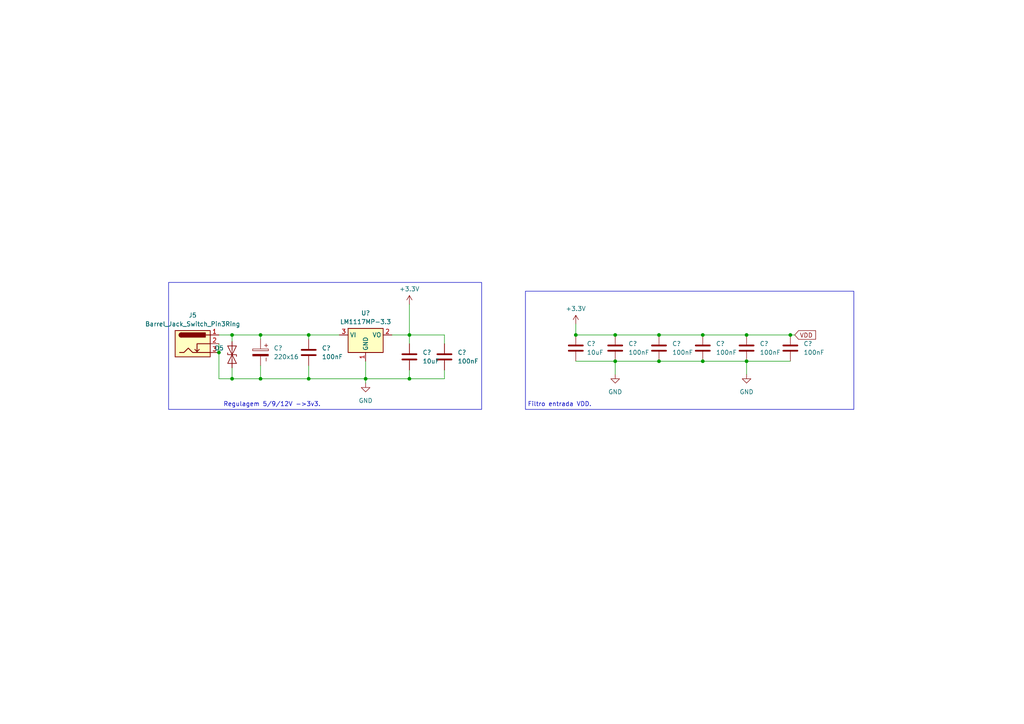
<source format=kicad_sch>
(kicad_sch (version 20230121) (generator eeschema)

  (uuid 34e74079-3b2a-4f6d-a984-1f8b3e7ccd86)

  (paper "A4")

  (lib_symbols
    (symbol "Connector:Barrel_Jack_Switch_Pin3Ring" (pin_names hide) (in_bom yes) (on_board yes)
      (property "Reference" "J" (at 0 5.334 0)
        (effects (font (size 1.27 1.27)))
      )
      (property "Value" "Barrel_Jack_Switch_Pin3Ring" (at 0 -5.08 0)
        (effects (font (size 1.27 1.27)))
      )
      (property "Footprint" "" (at 1.27 -1.016 0)
        (effects (font (size 1.27 1.27)) hide)
      )
      (property "Datasheet" "~" (at 1.27 -1.016 0)
        (effects (font (size 1.27 1.27)) hide)
      )
      (property "ki_keywords" "DC power barrel jack connector" (at 0 0 0)
        (effects (font (size 1.27 1.27)) hide)
      )
      (property "ki_description" "DC Barrel Jack with an internal switch" (at 0 0 0)
        (effects (font (size 1.27 1.27)) hide)
      )
      (property "ki_fp_filters" "BarrelJack*" (at 0 0 0)
        (effects (font (size 1.27 1.27)) hide)
      )
      (symbol "Barrel_Jack_Switch_Pin3Ring_0_1"
        (rectangle (start -5.08 3.81) (end 5.08 -3.81)
          (stroke (width 0.254) (type default))
          (fill (type background))
        )
        (arc (start -3.302 3.175) (mid -3.9343 2.54) (end -3.302 1.905)
          (stroke (width 0.254) (type default))
          (fill (type none))
        )
        (arc (start -3.302 3.175) (mid -3.9343 2.54) (end -3.302 1.905)
          (stroke (width 0.254) (type default))
          (fill (type outline))
        )
        (polyline
          (pts
            (xy 1.27 -2.286)
            (xy 1.905 -1.651)
          )
          (stroke (width 0.254) (type default))
          (fill (type none))
        )
        (polyline
          (pts
            (xy 5.08 2.54)
            (xy 3.81 2.54)
          )
          (stroke (width 0.254) (type default))
          (fill (type none))
        )
        (polyline
          (pts
            (xy 5.08 0)
            (xy 1.27 0)
            (xy 1.27 -2.286)
            (xy 0.635 -1.651)
          )
          (stroke (width 0.254) (type default))
          (fill (type none))
        )
        (polyline
          (pts
            (xy -3.81 -2.54)
            (xy -2.54 -2.54)
            (xy -1.27 -1.27)
            (xy 0 -2.54)
            (xy 2.54 -2.54)
            (xy 5.08 -2.54)
          )
          (stroke (width 0.254) (type default))
          (fill (type none))
        )
        (rectangle (start 3.683 3.175) (end -3.302 1.905)
          (stroke (width 0.254) (type default))
          (fill (type outline))
        )
      )
      (symbol "Barrel_Jack_Switch_Pin3Ring_1_1"
        (pin passive line (at 7.62 2.54 180) (length 2.54)
          (name "~" (effects (font (size 1.27 1.27))))
          (number "1" (effects (font (size 1.27 1.27))))
        )
        (pin passive line (at 7.62 0 180) (length 2.54)
          (name "~" (effects (font (size 1.27 1.27))))
          (number "2" (effects (font (size 1.27 1.27))))
        )
        (pin passive line (at 7.62 -2.54 180) (length 2.54)
          (name "~" (effects (font (size 1.27 1.27))))
          (number "3" (effects (font (size 1.27 1.27))))
        )
      )
    )
    (symbol "Diode:SMAJ6.5CA" (pin_numbers hide) (pin_names (offset 1.016) hide) (in_bom yes) (on_board yes)
      (property "Reference" "D" (at 0 2.54 0)
        (effects (font (size 1.27 1.27)))
      )
      (property "Value" "SMAJ6.5CA" (at 0 -2.54 0)
        (effects (font (size 1.27 1.27)))
      )
      (property "Footprint" "Diode_SMD:D_SMA" (at 0 -5.08 0)
        (effects (font (size 1.27 1.27)) hide)
      )
      (property "Datasheet" "https://www.littelfuse.com/media?resourcetype=datasheets&itemid=75e32973-b177-4ee3-a0ff-cedaf1abdb93&filename=smaj-datasheet" (at 0 0 0)
        (effects (font (size 1.27 1.27)) hide)
      )
      (property "ki_keywords" "bidirectional diode TVS voltage suppressor" (at 0 0 0)
        (effects (font (size 1.27 1.27)) hide)
      )
      (property "ki_description" "400W bidirectional Transient Voltage Suppressor, 6.5Vr, SMA(DO-214AC)" (at 0 0 0)
        (effects (font (size 1.27 1.27)) hide)
      )
      (property "ki_fp_filters" "D*SMA*" (at 0 0 0)
        (effects (font (size 1.27 1.27)) hide)
      )
      (symbol "SMAJ6.5CA_0_1"
        (polyline
          (pts
            (xy 1.27 0)
            (xy -1.27 0)
          )
          (stroke (width 0) (type default))
          (fill (type none))
        )
        (polyline
          (pts
            (xy -2.54 -1.27)
            (xy 0 0)
            (xy -2.54 1.27)
            (xy -2.54 -1.27)
          )
          (stroke (width 0.2032) (type default))
          (fill (type none))
        )
        (polyline
          (pts
            (xy 0.508 1.27)
            (xy 0 1.27)
            (xy 0 -1.27)
            (xy -0.508 -1.27)
          )
          (stroke (width 0.2032) (type default))
          (fill (type none))
        )
        (polyline
          (pts
            (xy 2.54 1.27)
            (xy 2.54 -1.27)
            (xy 0 0)
            (xy 2.54 1.27)
          )
          (stroke (width 0.2032) (type default))
          (fill (type none))
        )
      )
      (symbol "SMAJ6.5CA_1_1"
        (pin passive line (at -3.81 0 0) (length 2.54)
          (name "A1" (effects (font (size 1.27 1.27))))
          (number "1" (effects (font (size 1.27 1.27))))
        )
        (pin passive line (at 3.81 0 180) (length 2.54)
          (name "A2" (effects (font (size 1.27 1.27))))
          (number "2" (effects (font (size 1.27 1.27))))
        )
      )
    )
    (symbol "PCM_Capacitor_AKL:C_0805" (pin_numbers hide) (pin_names (offset 0.254)) (in_bom yes) (on_board yes)
      (property "Reference" "C" (at 0.635 2.54 0)
        (effects (font (size 1.27 1.27)) (justify left))
      )
      (property "Value" "C_0805" (at 0.635 -2.54 0)
        (effects (font (size 1.27 1.27)) (justify left))
      )
      (property "Footprint" "Capacitor_SMD_AKL:C_0805_2012Metric" (at 0.9652 -3.81 0)
        (effects (font (size 1.27 1.27)) hide)
      )
      (property "Datasheet" "~" (at 0 0 0)
        (effects (font (size 1.27 1.27)) hide)
      )
      (property "ki_keywords" "cap capacitor ceramic chip mlcc smd 0805" (at 0 0 0)
        (effects (font (size 1.27 1.27)) hide)
      )
      (property "ki_description" "SMD 0805 MLCC capacitor, Alternate KiCad Library" (at 0 0 0)
        (effects (font (size 1.27 1.27)) hide)
      )
      (property "ki_fp_filters" "C_*" (at 0 0 0)
        (effects (font (size 1.27 1.27)) hide)
      )
      (symbol "C_0805_0_1"
        (polyline
          (pts
            (xy -2.032 -0.762)
            (xy 2.032 -0.762)
          )
          (stroke (width 0.508) (type default))
          (fill (type none))
        )
        (polyline
          (pts
            (xy -2.032 0.762)
            (xy 2.032 0.762)
          )
          (stroke (width 0.508) (type default))
          (fill (type none))
        )
      )
      (symbol "C_0805_1_1"
        (pin passive line (at 0 3.81 270) (length 2.794)
          (name "~" (effects (font (size 1.27 1.27))))
          (number "1" (effects (font (size 1.27 1.27))))
        )
        (pin passive line (at 0 -3.81 90) (length 2.794)
          (name "~" (effects (font (size 1.27 1.27))))
          (number "2" (effects (font (size 1.27 1.27))))
        )
      )
    )
    (symbol "PCM_SL_Devices:Capacitor_PO" (in_bom yes) (on_board yes)
      (property "Reference" "C" (at 0 7.62 0)
        (effects (font (size 1.27 1.27)))
      )
      (property "Value" "Capacitor_PO" (at 0 5.08 0)
        (effects (font (size 1.27 1.27)))
      )
      (property "Footprint" "Capacitor_THT:CP_Radial_D5.0mm_P2.50mm" (at 0.762 -3.81 0)
        (effects (font (size 1.27 1.27)) hide)
      )
      (property "Datasheet" "" (at 0.508 0 0)
        (effects (font (size 1.27 1.27)) hide)
      )
      (property "ki_keywords" "Capacitor" (at 0 0 0)
        (effects (font (size 1.27 1.27)) hide)
      )
      (property "ki_description" "Polarized Capacitor" (at 0 0 0)
        (effects (font (size 1.27 1.27)) hide)
      )
      (property "ki_fp_filters" "Capacitor_THT:CP_Radial_D5.0mm_* Capacitor_THT:CP_Radial_D4.0mm_* Capacitor_THT:CP_Radial_D6.3mm_* Capacitor_THT:CP_Radial_D7.5mm_* Capacitor_THT:CP_Radial_D8.0mm_* Capacitor_THT:CP_Radial_D10.0mm_* Capacitor_THT:CP_Radial_D14.0mm_* Capacitor_THT:CP_Radial_D16.0mm_* Capacitor_THT:CP_Radial_D18.0mm_*" (at 0 0 0)
        (effects (font (size 1.27 1.27)) hide)
      )
      (symbol "Capacitor_PO_0_0"
        (text "+" (at -2.032 1.524 0)
          (effects (font (size 1.27 1.27)))
        )
        (text "-" (at 2.032 1.524 0)
          (effects (font (size 1.27 1.27)))
        )
      )
      (symbol "Capacitor_PO_0_1"
        (rectangle (start -1.016 -2.286) (end -0.508 2.286)
          (stroke (width 0) (type default))
          (fill (type none))
        )
        (rectangle (start 0.508 -2.286) (end 1.016 2.286)
          (stroke (width 0) (type default))
          (fill (type outline))
        )
      )
      (symbol "Capacitor_PO_1_1"
        (pin passive line (at -3.81 0 0) (length 2.7)
          (name "~" (effects (font (size 0 0))))
          (number "1" (effects (font (size 0 0))))
        )
        (pin input line (at 3.81 0 180) (length 2.7)
          (name "~" (effects (font (size 0 0))))
          (number "2" (effects (font (size 0 0))))
        )
      )
    )
    (symbol "Regulator_Linear:LM1117MP-3.3" (in_bom yes) (on_board yes)
      (property "Reference" "U" (at -3.81 3.175 0)
        (effects (font (size 1.27 1.27)))
      )
      (property "Value" "LM1117MP-3.3" (at 0 3.175 0)
        (effects (font (size 1.27 1.27)) (justify left))
      )
      (property "Footprint" "Package_TO_SOT_SMD:SOT-223-3_TabPin2" (at 0 0 0)
        (effects (font (size 1.27 1.27)) hide)
      )
      (property "Datasheet" "http://www.ti.com/lit/ds/symlink/lm1117.pdf" (at 0 0 0)
        (effects (font (size 1.27 1.27)) hide)
      )
      (property "ki_keywords" "linear regulator ldo fixed positive" (at 0 0 0)
        (effects (font (size 1.27 1.27)) hide)
      )
      (property "ki_description" "800mA Low-Dropout Linear Regulator, 3.3V fixed output, SOT-223" (at 0 0 0)
        (effects (font (size 1.27 1.27)) hide)
      )
      (property "ki_fp_filters" "SOT?223*" (at 0 0 0)
        (effects (font (size 1.27 1.27)) hide)
      )
      (symbol "LM1117MP-3.3_0_1"
        (rectangle (start -5.08 -5.08) (end 5.08 1.905)
          (stroke (width 0.254) (type default))
          (fill (type background))
        )
      )
      (symbol "LM1117MP-3.3_1_1"
        (pin power_in line (at 0 -7.62 90) (length 2.54)
          (name "GND" (effects (font (size 1.27 1.27))))
          (number "1" (effects (font (size 1.27 1.27))))
        )
        (pin power_out line (at 7.62 0 180) (length 2.54)
          (name "VO" (effects (font (size 1.27 1.27))))
          (number "2" (effects (font (size 1.27 1.27))))
        )
        (pin power_in line (at -7.62 0 0) (length 2.54)
          (name "VI" (effects (font (size 1.27 1.27))))
          (number "3" (effects (font (size 1.27 1.27))))
        )
      )
    )
    (symbol "power:+3.3V" (power) (pin_names (offset 0)) (in_bom yes) (on_board yes)
      (property "Reference" "#PWR" (at 0 -3.81 0)
        (effects (font (size 1.27 1.27)) hide)
      )
      (property "Value" "+3.3V" (at 0 3.556 0)
        (effects (font (size 1.27 1.27)))
      )
      (property "Footprint" "" (at 0 0 0)
        (effects (font (size 1.27 1.27)) hide)
      )
      (property "Datasheet" "" (at 0 0 0)
        (effects (font (size 1.27 1.27)) hide)
      )
      (property "ki_keywords" "global power" (at 0 0 0)
        (effects (font (size 1.27 1.27)) hide)
      )
      (property "ki_description" "Power symbol creates a global label with name \"+3.3V\"" (at 0 0 0)
        (effects (font (size 1.27 1.27)) hide)
      )
      (symbol "+3.3V_0_1"
        (polyline
          (pts
            (xy -0.762 1.27)
            (xy 0 2.54)
          )
          (stroke (width 0) (type default))
          (fill (type none))
        )
        (polyline
          (pts
            (xy 0 0)
            (xy 0 2.54)
          )
          (stroke (width 0) (type default))
          (fill (type none))
        )
        (polyline
          (pts
            (xy 0 2.54)
            (xy 0.762 1.27)
          )
          (stroke (width 0) (type default))
          (fill (type none))
        )
      )
      (symbol "+3.3V_1_1"
        (pin power_in line (at 0 0 90) (length 0) hide
          (name "+3.3V" (effects (font (size 1.27 1.27))))
          (number "1" (effects (font (size 1.27 1.27))))
        )
      )
    )
    (symbol "power:GND" (power) (pin_names (offset 0)) (in_bom yes) (on_board yes)
      (property "Reference" "#PWR" (at 0 -6.35 0)
        (effects (font (size 1.27 1.27)) hide)
      )
      (property "Value" "GND" (at 0 -3.81 0)
        (effects (font (size 1.27 1.27)))
      )
      (property "Footprint" "" (at 0 0 0)
        (effects (font (size 1.27 1.27)) hide)
      )
      (property "Datasheet" "" (at 0 0 0)
        (effects (font (size 1.27 1.27)) hide)
      )
      (property "ki_keywords" "global power" (at 0 0 0)
        (effects (font (size 1.27 1.27)) hide)
      )
      (property "ki_description" "Power symbol creates a global label with name \"GND\" , ground" (at 0 0 0)
        (effects (font (size 1.27 1.27)) hide)
      )
      (symbol "GND_0_1"
        (polyline
          (pts
            (xy 0 0)
            (xy 0 -1.27)
            (xy 1.27 -1.27)
            (xy 0 -2.54)
            (xy -1.27 -1.27)
            (xy 0 -1.27)
          )
          (stroke (width 0) (type default))
          (fill (type none))
        )
      )
      (symbol "GND_1_1"
        (pin power_in line (at 0 0 270) (length 0) hide
          (name "GND" (effects (font (size 1.27 1.27))))
          (number "1" (effects (font (size 1.27 1.27))))
        )
      )
    )
  )

  (junction (at 203.835 97.155) (diameter 0) (color 0 0 0 0)
    (uuid 004f4f0c-b382-4b16-97b7-e65048ecc9ee)
  )
  (junction (at 229.235 97.155) (diameter 0) (color 0 0 0 0)
    (uuid 181512e5-eda2-4451-8236-1c07bc1291b6)
  )
  (junction (at 75.565 109.855) (diameter 0) (color 0 0 0 0)
    (uuid 1b4353ef-5ab4-4791-8e48-c6072d2d1ed9)
  )
  (junction (at 216.535 97.155) (diameter 0) (color 0 0 0 0)
    (uuid 258211ea-a3ab-46d7-aa76-f340f63bd535)
  )
  (junction (at 178.435 97.155) (diameter 0) (color 0 0 0 0)
    (uuid 271d0791-4d2f-47db-905e-f325c12413b2)
  )
  (junction (at 216.535 104.775) (diameter 0) (color 0 0 0 0)
    (uuid 3699fc19-6a31-48e7-8a62-e124f1aa01b4)
  )
  (junction (at 106.045 109.855) (diameter 0) (color 0 0 0 0)
    (uuid 38d3cc6f-6630-4938-9793-c99af680ff5f)
  )
  (junction (at 75.565 97.155) (diameter 0) (color 0 0 0 0)
    (uuid 435a8867-03be-4169-8208-3dc8ded22a92)
  )
  (junction (at 118.745 109.855) (diameter 0) (color 0 0 0 0)
    (uuid 5075377c-6b4d-4043-9ce2-1e5746ed4380)
  )
  (junction (at 191.135 97.155) (diameter 0) (color 0 0 0 0)
    (uuid 5c7580ce-cd86-442c-8be6-10b0a059dbd5)
  )
  (junction (at 89.535 109.855) (diameter 0) (color 0 0 0 0)
    (uuid 73b1aeb0-83f2-4a83-a566-8c52635bb859)
  )
  (junction (at 63.5 102.235) (diameter 0) (color 0 0 0 0)
    (uuid 7dab3419-fda0-46a1-8ed6-e0a515b47802)
  )
  (junction (at 67.31 109.855) (diameter 0) (color 0 0 0 0)
    (uuid a5828f3a-71aa-426f-adf1-d4055b01c6a8)
  )
  (junction (at 203.835 104.775) (diameter 0) (color 0 0 0 0)
    (uuid a9320888-824a-4b0d-b0f7-be6bccc1d31d)
  )
  (junction (at 167.005 97.155) (diameter 0) (color 0 0 0 0)
    (uuid ae3d8fd2-b001-4250-86af-54cb6a6a6d54)
  )
  (junction (at 89.535 97.155) (diameter 0) (color 0 0 0 0)
    (uuid baf4f3e7-812b-40df-b9a6-bded362da8e8)
  )
  (junction (at 178.435 104.775) (diameter 0) (color 0 0 0 0)
    (uuid bf856485-6032-46e5-b61b-73f541c08810)
  )
  (junction (at 191.135 104.775) (diameter 0) (color 0 0 0 0)
    (uuid c5c20052-3300-4b2b-88d2-51dc16e40021)
  )
  (junction (at 118.745 97.155) (diameter 0) (color 0 0 0 0)
    (uuid cb675c7b-0ea7-43ba-85dd-81aacb66beb8)
  )
  (junction (at 67.31 97.155) (diameter 0) (color 0 0 0 0)
    (uuid f4a08aef-20cd-4726-a345-4f2c57766136)
  )

  (wire (pts (xy 216.535 104.775) (xy 216.535 108.585))
    (stroke (width 0) (type default))
    (uuid 0911c3d6-3eaf-4b78-9a8c-a32610912e33)
  )
  (wire (pts (xy 118.745 88.265) (xy 118.745 97.155))
    (stroke (width 0) (type default))
    (uuid 0c60da40-abad-47fd-b6f8-3300b5071015)
  )
  (wire (pts (xy 63.5 109.855) (xy 67.31 109.855))
    (stroke (width 0) (type default))
    (uuid 214bd154-0e79-4fcc-82fb-e0f3b9c3004e)
  )
  (wire (pts (xy 191.135 97.155) (xy 203.835 97.155))
    (stroke (width 0) (type default))
    (uuid 29c510a9-1e42-492d-9491-f1bda093bac4)
  )
  (wire (pts (xy 63.5 97.155) (xy 67.31 97.155))
    (stroke (width 0) (type default))
    (uuid 352092f1-58c2-40b6-bcaa-54237f219e3d)
  )
  (wire (pts (xy 106.045 104.775) (xy 106.045 109.855))
    (stroke (width 0) (type default))
    (uuid 3a7fe2c6-22cd-4fa4-a20a-be8f1daa6ed4)
  )
  (wire (pts (xy 203.835 97.155) (xy 216.535 97.155))
    (stroke (width 0) (type default))
    (uuid 411c36be-2f21-4306-9031-1b631d535429)
  )
  (wire (pts (xy 178.435 104.775) (xy 178.435 108.585))
    (stroke (width 0) (type default))
    (uuid 45cdc799-8b7e-4d6d-ae13-d5e0c5b3a5e5)
  )
  (wire (pts (xy 89.535 98.425) (xy 89.535 97.155))
    (stroke (width 0) (type default))
    (uuid 51c3e05a-33b2-487f-a5b7-f95518580399)
  )
  (wire (pts (xy 63.5 99.695) (xy 63.5 102.235))
    (stroke (width 0) (type default))
    (uuid 52c2fb49-e853-4896-8cdc-f402aef76d7b)
  )
  (wire (pts (xy 75.565 109.855) (xy 89.535 109.855))
    (stroke (width 0) (type default))
    (uuid 5c87b0e0-680b-47a8-89b3-d3c04ac64960)
  )
  (wire (pts (xy 128.905 97.155) (xy 128.905 99.695))
    (stroke (width 0) (type default))
    (uuid 66f86eb7-8bf0-4640-9c47-23d5d9606cb3)
  )
  (wire (pts (xy 63.5 102.235) (xy 63.5 109.855))
    (stroke (width 0) (type default))
    (uuid 68ebac80-0048-4f47-90bd-c174a339ab28)
  )
  (wire (pts (xy 75.565 106.045) (xy 75.565 109.855))
    (stroke (width 0) (type default))
    (uuid 6e4957b2-c4e4-4ff6-8ec0-8cdbd9dab4ea)
  )
  (wire (pts (xy 128.905 107.315) (xy 128.905 109.855))
    (stroke (width 0) (type default))
    (uuid 732b09d6-9e40-40f9-a5fb-6e826483f52a)
  )
  (wire (pts (xy 216.535 104.775) (xy 229.235 104.775))
    (stroke (width 0) (type default))
    (uuid 7465d022-655c-4d6f-8ef6-79b78101bda1)
  )
  (wire (pts (xy 67.31 109.855) (xy 75.565 109.855))
    (stroke (width 0) (type default))
    (uuid 7a7875f1-d48a-48ce-9009-1fc6915c30f0)
  )
  (wire (pts (xy 118.745 109.855) (xy 128.905 109.855))
    (stroke (width 0) (type default))
    (uuid 7c609617-44be-43eb-b2d1-69a4bbd629fd)
  )
  (wire (pts (xy 89.535 97.155) (xy 98.425 97.155))
    (stroke (width 0) (type default))
    (uuid 7c8e34a9-19e1-41c2-9578-63451ae81fe0)
  )
  (wire (pts (xy 89.535 109.855) (xy 106.045 109.855))
    (stroke (width 0) (type default))
    (uuid 8047e30d-e622-41e6-b53f-ad14d3081ca0)
  )
  (wire (pts (xy 67.31 97.155) (xy 75.565 97.155))
    (stroke (width 0) (type default))
    (uuid 82b2a531-1add-4c3b-a624-8113fc24e1a5)
  )
  (wire (pts (xy 89.535 106.045) (xy 89.535 109.855))
    (stroke (width 0) (type default))
    (uuid 8303b516-1a3d-45f5-8ca6-192abc6443df)
  )
  (wire (pts (xy 167.005 93.98) (xy 167.005 97.155))
    (stroke (width 0) (type default))
    (uuid 955f06ff-0b9c-4ef8-87e9-50e51deee970)
  )
  (wire (pts (xy 67.31 106.68) (xy 67.31 109.855))
    (stroke (width 0) (type default))
    (uuid 98d3a73a-ef7d-41fd-bffc-b960da5b834d)
  )
  (wire (pts (xy 106.045 109.855) (xy 118.745 109.855))
    (stroke (width 0) (type default))
    (uuid a83fbb8a-faaf-4d68-b7bb-5d312df14486)
  )
  (wire (pts (xy 230.505 97.155) (xy 229.235 97.155))
    (stroke (width 0) (type default))
    (uuid a8eb020f-6efc-4dbe-9c6d-75e8f6507d3b)
  )
  (wire (pts (xy 167.005 97.155) (xy 178.435 97.155))
    (stroke (width 0) (type default))
    (uuid bafa3a0c-1f72-4df5-8430-0ae1f19a7c93)
  )
  (wire (pts (xy 118.745 107.315) (xy 118.745 109.855))
    (stroke (width 0) (type default))
    (uuid c336520c-0545-4630-a209-f0b16766019d)
  )
  (wire (pts (xy 178.435 97.155) (xy 191.135 97.155))
    (stroke (width 0) (type default))
    (uuid c78cbe5f-0b50-4ebd-aec5-fe5295781db1)
  )
  (wire (pts (xy 67.31 97.155) (xy 67.31 99.06))
    (stroke (width 0) (type default))
    (uuid c7a5cdae-af9b-4798-8b3e-8b9aeae81ad9)
  )
  (wire (pts (xy 216.535 97.155) (xy 229.235 97.155))
    (stroke (width 0) (type default))
    (uuid cbbc1d76-54b5-43b5-bab9-c57887d19fc8)
  )
  (wire (pts (xy 191.135 104.775) (xy 203.835 104.775))
    (stroke (width 0) (type default))
    (uuid d999371d-15c9-4d60-88e8-0993898938c3)
  )
  (wire (pts (xy 75.565 97.155) (xy 89.535 97.155))
    (stroke (width 0) (type default))
    (uuid db62fd3c-6f52-468c-9d91-d51d2b9be399)
  )
  (wire (pts (xy 118.745 97.155) (xy 128.905 97.155))
    (stroke (width 0) (type default))
    (uuid dcbcb3e7-f083-40f3-b8f0-e3c266252352)
  )
  (wire (pts (xy 178.435 104.775) (xy 191.135 104.775))
    (stroke (width 0) (type default))
    (uuid deed4433-1497-4352-a0de-099afc0a17cb)
  )
  (wire (pts (xy 203.835 104.775) (xy 216.535 104.775))
    (stroke (width 0) (type default))
    (uuid e0f0350d-f299-4f54-9f27-66d24ada335e)
  )
  (wire (pts (xy 167.005 104.775) (xy 178.435 104.775))
    (stroke (width 0) (type default))
    (uuid e55af147-e994-401d-bb29-6c335c02a2b5)
  )
  (wire (pts (xy 75.565 98.425) (xy 75.565 97.155))
    (stroke (width 0) (type default))
    (uuid e70c3321-bd71-4546-8499-9795bd90cc6e)
  )
  (wire (pts (xy 118.745 97.155) (xy 113.665 97.155))
    (stroke (width 0) (type default))
    (uuid ea956375-16ad-420e-a124-a1b71c27aace)
  )
  (wire (pts (xy 118.745 97.155) (xy 118.745 99.695))
    (stroke (width 0) (type default))
    (uuid effea4f8-713a-4b45-a93c-ab15c2ff1fc1)
  )
  (wire (pts (xy 106.045 109.855) (xy 106.045 111.125))
    (stroke (width 0) (type default))
    (uuid f558bdfc-bb0b-4425-819a-ab17596c58ff)
  )

  (rectangle (start 152.4 84.455) (end 247.65 118.745)
    (stroke (width 0) (type default))
    (fill (type none))
    (uuid 3237d6d0-c76f-400a-9c7d-d895a3b06229)
  )
  (rectangle (start 48.895 81.915) (end 139.7 118.745)
    (stroke (width 0) (type default))
    (fill (type none))
    (uuid a3bb2bc4-3415-41fd-87e4-c3208998964d)
  )

  (text "Filtro entrada VDD." (at 153.035 118.11 0)
    (effects (font (size 1.27 1.27)) (justify left bottom))
    (uuid 392b5da8-96ab-4c3b-bdbe-b6c48f9340ed)
  )
  (text "Regulagem 5/9/12V ->3v3." (at 64.77 118.11 0)
    (effects (font (size 1.27 1.27)) (justify left bottom))
    (uuid 685d227b-9907-4ef2-9705-55824a17d619)
  )

  (global_label "VDD" (shape input) (at 230.505 97.155 0) (fields_autoplaced)
    (effects (font (size 1.27 1.27)) (justify left))
    (uuid f2c308d4-f5c7-4eee-9c35-4887ddf53ba6)
    (property "Intersheetrefs" "${INTERSHEET_REFS}" (at 237.1188 97.155 0)
      (effects (font (size 1.27 1.27)) (justify left) hide)
    )
  )

  (symbol (lib_id "PCM_SL_Devices:Capacitor_PO") (at 75.565 102.235 270) (unit 1)
    (in_bom yes) (on_board yes) (dnp no) (fields_autoplaced)
    (uuid 1b832727-b558-4ee3-a3e9-56c88a0ac385)
    (property "Reference" "C?" (at 79.375 100.965 90)
      (effects (font (size 1.27 1.27)) (justify left))
    )
    (property "Value" "220x16" (at 79.375 103.505 90)
      (effects (font (size 1.27 1.27)) (justify left))
    )
    (property "Footprint" "Capacitor_THT:CP_Radial_D5.0mm_P2.50mm" (at 71.755 102.997 0)
      (effects (font (size 1.27 1.27)) hide)
    )
    (property "Datasheet" "" (at 75.565 102.743 0)
      (effects (font (size 1.27 1.27)) hide)
    )
    (pin "1" (uuid 95a47ebe-8444-4a83-94a6-386a7f10abbc))
    (pin "2" (uuid a6e0e331-c406-4307-92eb-7ef967db4232))
    (instances
      (project "CPU Stm32"
        (path "/0882ad57-6d26-4cfc-9dea-dd977232d729"
          (reference "C?") (unit 1)
        )
        (path "/0882ad57-6d26-4cfc-9dea-dd977232d729/3c7c638d-6e79-4a01-8651-6cf753228f77"
          (reference "C?") (unit 1)
        )
      )
      (project "Reg"
        (path "/1c25a59a-fd23-4c2c-a06c-79f45d9cfda7"
          (reference "C?") (unit 1)
        )
      )
      (project "CPU Stm32G431"
        (path "/4e4d72d5-dbdc-4a76-9ce2-f5a97f8267d2/3c7c638d-6e79-4a01-8651-6cf753228f77"
          (reference "C5") (unit 1)
        )
      )
      (project "iSTF"
        (path "/79723a73-3554-4e03-b4e9-c3853a47663c/4eac2244-9f2a-46d5-a845-c29e9776134e"
          (reference "C1") (unit 1)
        )
      )
    )
  )

  (symbol (lib_id "Connector:Barrel_Jack_Switch_Pin3Ring") (at 55.88 99.695 0) (unit 1)
    (in_bom yes) (on_board yes) (dnp no) (fields_autoplaced)
    (uuid 2c95d80f-1786-48ec-b61c-0936c34b4fd7)
    (property "Reference" "J5" (at 55.88 91.44 0)
      (effects (font (size 1.27 1.27)))
    )
    (property "Value" "Barrel_Jack_Switch_Pin3Ring" (at 55.88 93.98 0)
      (effects (font (size 1.27 1.27)))
    )
    (property "Footprint" "Connector_BarrelJack:BarrelJack_CLIFF_FC681465S_SMT_Horizontal" (at 57.15 100.711 0)
      (effects (font (size 1.27 1.27)) hide)
    )
    (property "Datasheet" "~" (at 57.15 100.711 0)
      (effects (font (size 1.27 1.27)) hide)
    )
    (pin "2" (uuid e1c4bde0-445b-48ff-8a94-5a0328a16e57))
    (pin "3" (uuid 9cc89b39-4be0-44ce-87d7-b52bfd15cb30))
    (pin "1" (uuid 954a94b4-6249-4fc7-b82d-04309304c7cb))
    (instances
      (project "iSTF"
        (path "/79723a73-3554-4e03-b4e9-c3853a47663c/4eac2244-9f2a-46d5-a845-c29e9776134e"
          (reference "J5") (unit 1)
        )
      )
    )
  )

  (symbol (lib_id "PCM_Capacitor_AKL:C_0805") (at 229.235 100.965 180) (unit 1)
    (in_bom yes) (on_board yes) (dnp no) (fields_autoplaced)
    (uuid 3809a719-1d6d-42dd-baf2-a7da3000f522)
    (property "Reference" "C?" (at 233.045 99.695 0)
      (effects (font (size 1.27 1.27)) (justify right))
    )
    (property "Value" "100nF" (at 233.045 102.235 0)
      (effects (font (size 1.27 1.27)) (justify right))
    )
    (property "Footprint" "Capacitor_SMD:C_0805_2012Metric_Pad1.18x1.45mm_HandSolder" (at 228.2698 97.155 0)
      (effects (font (size 1.27 1.27)) hide)
    )
    (property "Datasheet" "~" (at 229.235 100.965 0)
      (effects (font (size 1.27 1.27)) hide)
    )
    (pin "1" (uuid ff4c321a-ecb4-440c-b534-ceaff8b54719))
    (pin "2" (uuid 3cedf657-b9dd-4b24-95c1-fea38183abe3))
    (instances
      (project "CPU Stm32"
        (path "/0882ad57-6d26-4cfc-9dea-dd977232d729"
          (reference "C?") (unit 1)
        )
        (path "/0882ad57-6d26-4cfc-9dea-dd977232d729/3c7c638d-6e79-4a01-8651-6cf753228f77"
          (reference "C?") (unit 1)
        )
      )
      (project "Reg"
        (path "/1c25a59a-fd23-4c2c-a06c-79f45d9cfda7"
          (reference "C?") (unit 1)
        )
      )
      (project "CPU Stm32G431"
        (path "/4e4d72d5-dbdc-4a76-9ce2-f5a97f8267d2/3c7c638d-6e79-4a01-8651-6cf753228f77"
          (reference "C14") (unit 1)
        )
      )
      (project "iSTF"
        (path "/79723a73-3554-4e03-b4e9-c3853a47663c/4eac2244-9f2a-46d5-a845-c29e9776134e"
          (reference "C10") (unit 1)
        )
      )
    )
  )

  (symbol (lib_id "PCM_Capacitor_AKL:C_0805") (at 178.435 100.965 180) (unit 1)
    (in_bom yes) (on_board yes) (dnp no) (fields_autoplaced)
    (uuid 39b94901-2e90-4760-b7f8-5b4a002910ae)
    (property "Reference" "C?" (at 182.245 99.695 0)
      (effects (font (size 1.27 1.27)) (justify right))
    )
    (property "Value" "100nF" (at 182.245 102.235 0)
      (effects (font (size 1.27 1.27)) (justify right))
    )
    (property "Footprint" "Capacitor_SMD:C_0805_2012Metric_Pad1.18x1.45mm_HandSolder" (at 177.4698 97.155 0)
      (effects (font (size 1.27 1.27)) hide)
    )
    (property "Datasheet" "~" (at 178.435 100.965 0)
      (effects (font (size 1.27 1.27)) hide)
    )
    (pin "1" (uuid 57957398-fc94-483d-bef7-c8ef278a7da9))
    (pin "2" (uuid 9ef79eff-252c-4ba7-824f-1db8135ca67e))
    (instances
      (project "CPU Stm32"
        (path "/0882ad57-6d26-4cfc-9dea-dd977232d729"
          (reference "C?") (unit 1)
        )
        (path "/0882ad57-6d26-4cfc-9dea-dd977232d729/3c7c638d-6e79-4a01-8651-6cf753228f77"
          (reference "C?") (unit 1)
        )
      )
      (project "Reg"
        (path "/1c25a59a-fd23-4c2c-a06c-79f45d9cfda7"
          (reference "C?") (unit 1)
        )
      )
      (project "CPU Stm32G431"
        (path "/4e4d72d5-dbdc-4a76-9ce2-f5a97f8267d2/3c7c638d-6e79-4a01-8651-6cf753228f77"
          (reference "C10") (unit 1)
        )
      )
      (project "iSTF"
        (path "/79723a73-3554-4e03-b4e9-c3853a47663c/4eac2244-9f2a-46d5-a845-c29e9776134e"
          (reference "C6") (unit 1)
        )
      )
    )
  )

  (symbol (lib_id "power:+3.3V") (at 167.005 93.98 0) (unit 1)
    (in_bom yes) (on_board yes) (dnp no) (fields_autoplaced)
    (uuid 3fed5c3e-fc8c-436d-9ef9-3a10d67be8bf)
    (property "Reference" "#PWR?" (at 167.005 97.79 0)
      (effects (font (size 1.27 1.27)) hide)
    )
    (property "Value" "+3.3V" (at 167.005 89.535 0)
      (effects (font (size 1.27 1.27)))
    )
    (property "Footprint" "" (at 167.005 93.98 0)
      (effects (font (size 1.27 1.27)) hide)
    )
    (property "Datasheet" "" (at 167.005 93.98 0)
      (effects (font (size 1.27 1.27)) hide)
    )
    (pin "1" (uuid 8ccefde4-4aa0-4f48-b2b8-eff9704eb604))
    (instances
      (project "CPU Stm32"
        (path "/0882ad57-6d26-4cfc-9dea-dd977232d729"
          (reference "#PWR?") (unit 1)
        )
        (path "/0882ad57-6d26-4cfc-9dea-dd977232d729/3c7c638d-6e79-4a01-8651-6cf753228f77"
          (reference "#PWR?") (unit 1)
        )
      )
      (project "Reg"
        (path "/1c25a59a-fd23-4c2c-a06c-79f45d9cfda7"
          (reference "#PWR?") (unit 1)
        )
      )
      (project "CPU Stm32G431"
        (path "/4e4d72d5-dbdc-4a76-9ce2-f5a97f8267d2/3c7c638d-6e79-4a01-8651-6cf753228f77"
          (reference "#PWR08") (unit 1)
        )
      )
      (project "iSTF"
        (path "/79723a73-3554-4e03-b4e9-c3853a47663c/4eac2244-9f2a-46d5-a845-c29e9776134e"
          (reference "#PWR03") (unit 1)
        )
      )
    )
  )

  (symbol (lib_id "Regulator_Linear:LM1117MP-3.3") (at 106.045 97.155 0) (unit 1)
    (in_bom yes) (on_board yes) (dnp no) (fields_autoplaced)
    (uuid 587bdee4-029c-4ee8-82fe-cd5adacfeab2)
    (property "Reference" "U?" (at 106.045 90.805 0)
      (effects (font (size 1.27 1.27)))
    )
    (property "Value" "LM1117MP-3.3" (at 106.045 93.345 0)
      (effects (font (size 1.27 1.27)))
    )
    (property "Footprint" "Package_TO_SOT_SMD:SOT-223-3_TabPin2" (at 106.045 97.155 0)
      (effects (font (size 1.27 1.27)) hide)
    )
    (property "Datasheet" "http://www.ti.com/lit/ds/symlink/lm1117.pdf" (at 106.045 97.155 0)
      (effects (font (size 1.27 1.27)) hide)
    )
    (pin "1" (uuid a13ad46c-7dac-4ee5-8020-0c96735d7f02))
    (pin "2" (uuid 85aa70ec-2a79-4ad6-a612-b1e567dff9c4))
    (pin "3" (uuid 9ca71eb0-9864-4025-9108-2e42fefb2e80))
    (instances
      (project "CPU Stm32"
        (path "/0882ad57-6d26-4cfc-9dea-dd977232d729"
          (reference "U?") (unit 1)
        )
        (path "/0882ad57-6d26-4cfc-9dea-dd977232d729/3c7c638d-6e79-4a01-8651-6cf753228f77"
          (reference "U?") (unit 1)
        )
      )
      (project "Reg"
        (path "/1c25a59a-fd23-4c2c-a06c-79f45d9cfda7"
          (reference "U?") (unit 1)
        )
      )
      (project "CPU Stm32G431"
        (path "/4e4d72d5-dbdc-4a76-9ce2-f5a97f8267d2/3c7c638d-6e79-4a01-8651-6cf753228f77"
          (reference "U1") (unit 1)
        )
      )
      (project "iSTF"
        (path "/79723a73-3554-4e03-b4e9-c3853a47663c/4eac2244-9f2a-46d5-a845-c29e9776134e"
          (reference "U3") (unit 1)
        )
      )
    )
  )

  (symbol (lib_id "Diode:SMAJ6.5CA") (at 67.31 102.87 90) (unit 1)
    (in_bom yes) (on_board yes) (dnp no)
    (uuid 6ed1852d-610f-4aa6-b0e9-ec00ed49a87a)
    (property "Reference" "D5" (at 62.23 100.965 90)
      (effects (font (size 1.27 1.27)) (justify right))
    )
    (property "Value" "SMAJ6.5CA" (at 56.515 107.95 90)
      (effects (font (size 1.27 1.27)) (justify right) hide)
    )
    (property "Footprint" "Diode_SMD:D_SMA" (at 72.39 102.87 0)
      (effects (font (size 1.27 1.27)) hide)
    )
    (property "Datasheet" "https://www.littelfuse.com/media?resourcetype=datasheets&itemid=75e32973-b177-4ee3-a0ff-cedaf1abdb93&filename=smaj-datasheet" (at 67.31 102.87 0)
      (effects (font (size 1.27 1.27)) hide)
    )
    (pin "2" (uuid ce5e208c-6424-45dc-9cd6-dab63ab845dc))
    (pin "1" (uuid f328dec8-fb8c-46dc-a614-8b0a933c940c))
    (instances
      (project "Reg"
        (path "/1c25a59a-fd23-4c2c-a06c-79f45d9cfda7"
          (reference "D5") (unit 1)
        )
      )
      (project "CPU Stm32G431"
        (path "/4e4d72d5-dbdc-4a76-9ce2-f5a97f8267d2/3c7c638d-6e79-4a01-8651-6cf753228f77"
          (reference "D5") (unit 1)
        )
      )
      (project "iSTF"
        (path "/79723a73-3554-4e03-b4e9-c3853a47663c/4eac2244-9f2a-46d5-a845-c29e9776134e"
          (reference "D1") (unit 1)
        )
      )
    )
  )

  (symbol (lib_id "power:GND") (at 216.535 108.585 0) (unit 1)
    (in_bom yes) (on_board yes) (dnp no) (fields_autoplaced)
    (uuid 79a2b259-3606-4252-95dc-7ac924c5a29d)
    (property "Reference" "#PWR?" (at 216.535 114.935 0)
      (effects (font (size 1.27 1.27)) hide)
    )
    (property "Value" "GND" (at 216.535 113.665 0)
      (effects (font (size 1.27 1.27)))
    )
    (property "Footprint" "" (at 216.535 108.585 0)
      (effects (font (size 1.27 1.27)) hide)
    )
    (property "Datasheet" "" (at 216.535 108.585 0)
      (effects (font (size 1.27 1.27)) hide)
    )
    (pin "1" (uuid 427639ed-b49a-487d-8803-90ac635343b7))
    (instances
      (project "CPU Stm32"
        (path "/0882ad57-6d26-4cfc-9dea-dd977232d729"
          (reference "#PWR?") (unit 1)
        )
        (path "/0882ad57-6d26-4cfc-9dea-dd977232d729/3c7c638d-6e79-4a01-8651-6cf753228f77"
          (reference "#PWR?") (unit 1)
        )
      )
      (project "Reg"
        (path "/1c25a59a-fd23-4c2c-a06c-79f45d9cfda7"
          (reference "#PWR?") (unit 1)
        )
      )
      (project "CPU Stm32G431"
        (path "/4e4d72d5-dbdc-4a76-9ce2-f5a97f8267d2/3c7c638d-6e79-4a01-8651-6cf753228f77"
          (reference "#PWR010") (unit 1)
        )
      )
      (project "iSTF"
        (path "/79723a73-3554-4e03-b4e9-c3853a47663c/4eac2244-9f2a-46d5-a845-c29e9776134e"
          (reference "#PWR05") (unit 1)
        )
      )
    )
  )

  (symbol (lib_id "power:GND") (at 106.045 111.125 0) (unit 1)
    (in_bom yes) (on_board yes) (dnp no) (fields_autoplaced)
    (uuid 8d50c0a3-f9e0-4202-bc83-0f10850f555a)
    (property "Reference" "#PWR?" (at 106.045 117.475 0)
      (effects (font (size 1.27 1.27)) hide)
    )
    (property "Value" "GND" (at 106.045 116.205 0)
      (effects (font (size 1.27 1.27)))
    )
    (property "Footprint" "" (at 106.045 111.125 0)
      (effects (font (size 1.27 1.27)) hide)
    )
    (property "Datasheet" "" (at 106.045 111.125 0)
      (effects (font (size 1.27 1.27)) hide)
    )
    (pin "1" (uuid 97d05dd0-f279-46a7-ac78-9d2363047c03))
    (instances
      (project "CPU Stm32"
        (path "/0882ad57-6d26-4cfc-9dea-dd977232d729"
          (reference "#PWR?") (unit 1)
        )
        (path "/0882ad57-6d26-4cfc-9dea-dd977232d729/3c7c638d-6e79-4a01-8651-6cf753228f77"
          (reference "#PWR?") (unit 1)
        )
      )
      (project "Reg"
        (path "/1c25a59a-fd23-4c2c-a06c-79f45d9cfda7"
          (reference "#PWR?") (unit 1)
        )
      )
      (project "CPU Stm32G431"
        (path "/4e4d72d5-dbdc-4a76-9ce2-f5a97f8267d2/3c7c638d-6e79-4a01-8651-6cf753228f77"
          (reference "#PWR06") (unit 1)
        )
      )
      (project "iSTF"
        (path "/79723a73-3554-4e03-b4e9-c3853a47663c/4eac2244-9f2a-46d5-a845-c29e9776134e"
          (reference "#PWR01") (unit 1)
        )
      )
    )
  )

  (symbol (lib_id "power:+3.3V") (at 118.745 88.265 0) (unit 1)
    (in_bom yes) (on_board yes) (dnp no) (fields_autoplaced)
    (uuid 9f9bd560-3801-40ad-b0d0-55e240466647)
    (property "Reference" "#PWR?" (at 118.745 92.075 0)
      (effects (font (size 1.27 1.27)) hide)
    )
    (property "Value" "+3.3V" (at 118.745 83.82 0)
      (effects (font (size 1.27 1.27)))
    )
    (property "Footprint" "" (at 118.745 88.265 0)
      (effects (font (size 1.27 1.27)) hide)
    )
    (property "Datasheet" "" (at 118.745 88.265 0)
      (effects (font (size 1.27 1.27)) hide)
    )
    (pin "1" (uuid a7249f8a-7d60-4436-845e-11e19578a805))
    (instances
      (project "CPU Stm32"
        (path "/0882ad57-6d26-4cfc-9dea-dd977232d729"
          (reference "#PWR?") (unit 1)
        )
        (path "/0882ad57-6d26-4cfc-9dea-dd977232d729/3c7c638d-6e79-4a01-8651-6cf753228f77"
          (reference "#PWR?") (unit 1)
        )
      )
      (project "Reg"
        (path "/1c25a59a-fd23-4c2c-a06c-79f45d9cfda7"
          (reference "#PWR?") (unit 1)
        )
      )
      (project "CPU Stm32G431"
        (path "/4e4d72d5-dbdc-4a76-9ce2-f5a97f8267d2/3c7c638d-6e79-4a01-8651-6cf753228f77"
          (reference "#PWR07") (unit 1)
        )
      )
      (project "iSTF"
        (path "/79723a73-3554-4e03-b4e9-c3853a47663c/4eac2244-9f2a-46d5-a845-c29e9776134e"
          (reference "#PWR02") (unit 1)
        )
      )
    )
  )

  (symbol (lib_id "PCM_Capacitor_AKL:C_0805") (at 128.905 103.505 180) (unit 1)
    (in_bom yes) (on_board yes) (dnp no) (fields_autoplaced)
    (uuid b2249585-4117-4099-b039-bc2745a2ee60)
    (property "Reference" "C?" (at 132.715 102.235 0)
      (effects (font (size 1.27 1.27)) (justify right))
    )
    (property "Value" "100nF" (at 132.715 104.775 0)
      (effects (font (size 1.27 1.27)) (justify right))
    )
    (property "Footprint" "Capacitor_SMD:C_0805_2012Metric_Pad1.18x1.45mm_HandSolder" (at 127.9398 99.695 0)
      (effects (font (size 1.27 1.27)) hide)
    )
    (property "Datasheet" "~" (at 128.905 103.505 0)
      (effects (font (size 1.27 1.27)) hide)
    )
    (pin "1" (uuid f3296571-323b-4da8-b040-13e9abbb6ab3))
    (pin "2" (uuid c7f940a8-7188-41ed-827f-bc2adfc85fc0))
    (instances
      (project "CPU Stm32"
        (path "/0882ad57-6d26-4cfc-9dea-dd977232d729"
          (reference "C?") (unit 1)
        )
        (path "/0882ad57-6d26-4cfc-9dea-dd977232d729/3c7c638d-6e79-4a01-8651-6cf753228f77"
          (reference "C?") (unit 1)
        )
      )
      (project "Reg"
        (path "/1c25a59a-fd23-4c2c-a06c-79f45d9cfda7"
          (reference "C?") (unit 1)
        )
      )
      (project "CPU Stm32G431"
        (path "/4e4d72d5-dbdc-4a76-9ce2-f5a97f8267d2/3c7c638d-6e79-4a01-8651-6cf753228f77"
          (reference "C8") (unit 1)
        )
      )
      (project "iSTF"
        (path "/79723a73-3554-4e03-b4e9-c3853a47663c/4eac2244-9f2a-46d5-a845-c29e9776134e"
          (reference "C4") (unit 1)
        )
      )
    )
  )

  (symbol (lib_id "PCM_Capacitor_AKL:C_0805") (at 191.135 100.965 180) (unit 1)
    (in_bom yes) (on_board yes) (dnp no) (fields_autoplaced)
    (uuid c9d95cff-f795-4501-a105-e4c55d3dfa66)
    (property "Reference" "C?" (at 194.945 99.695 0)
      (effects (font (size 1.27 1.27)) (justify right))
    )
    (property "Value" "100nF" (at 194.945 102.235 0)
      (effects (font (size 1.27 1.27)) (justify right))
    )
    (property "Footprint" "Capacitor_SMD:C_0805_2012Metric_Pad1.18x1.45mm_HandSolder" (at 190.1698 97.155 0)
      (effects (font (size 1.27 1.27)) hide)
    )
    (property "Datasheet" "~" (at 191.135 100.965 0)
      (effects (font (size 1.27 1.27)) hide)
    )
    (pin "1" (uuid dc06ce61-22c7-42cf-a238-9fdd837c3b15))
    (pin "2" (uuid f6b44469-5d53-4251-a494-f973b7f5048d))
    (instances
      (project "CPU Stm32"
        (path "/0882ad57-6d26-4cfc-9dea-dd977232d729"
          (reference "C?") (unit 1)
        )
        (path "/0882ad57-6d26-4cfc-9dea-dd977232d729/3c7c638d-6e79-4a01-8651-6cf753228f77"
          (reference "C?") (unit 1)
        )
      )
      (project "Reg"
        (path "/1c25a59a-fd23-4c2c-a06c-79f45d9cfda7"
          (reference "C?") (unit 1)
        )
      )
      (project "CPU Stm32G431"
        (path "/4e4d72d5-dbdc-4a76-9ce2-f5a97f8267d2/3c7c638d-6e79-4a01-8651-6cf753228f77"
          (reference "C11") (unit 1)
        )
      )
      (project "iSTF"
        (path "/79723a73-3554-4e03-b4e9-c3853a47663c/4eac2244-9f2a-46d5-a845-c29e9776134e"
          (reference "C7") (unit 1)
        )
      )
    )
  )

  (symbol (lib_id "power:GND") (at 178.435 108.585 0) (unit 1)
    (in_bom yes) (on_board yes) (dnp no) (fields_autoplaced)
    (uuid dabaa65c-5fd5-4cad-926a-747928596acb)
    (property "Reference" "#PWR?" (at 178.435 114.935 0)
      (effects (font (size 1.27 1.27)) hide)
    )
    (property "Value" "GND" (at 178.435 113.665 0)
      (effects (font (size 1.27 1.27)))
    )
    (property "Footprint" "" (at 178.435 108.585 0)
      (effects (font (size 1.27 1.27)) hide)
    )
    (property "Datasheet" "" (at 178.435 108.585 0)
      (effects (font (size 1.27 1.27)) hide)
    )
    (pin "1" (uuid 004dc734-5487-4d3c-a192-26d45668deba))
    (instances
      (project "CPU Stm32"
        (path "/0882ad57-6d26-4cfc-9dea-dd977232d729"
          (reference "#PWR?") (unit 1)
        )
        (path "/0882ad57-6d26-4cfc-9dea-dd977232d729/3c7c638d-6e79-4a01-8651-6cf753228f77"
          (reference "#PWR?") (unit 1)
        )
      )
      (project "Reg"
        (path "/1c25a59a-fd23-4c2c-a06c-79f45d9cfda7"
          (reference "#PWR?") (unit 1)
        )
      )
      (project "CPU Stm32G431"
        (path "/4e4d72d5-dbdc-4a76-9ce2-f5a97f8267d2/3c7c638d-6e79-4a01-8651-6cf753228f77"
          (reference "#PWR09") (unit 1)
        )
      )
      (project "iSTF"
        (path "/79723a73-3554-4e03-b4e9-c3853a47663c/4eac2244-9f2a-46d5-a845-c29e9776134e"
          (reference "#PWR04") (unit 1)
        )
      )
    )
  )

  (symbol (lib_id "PCM_Capacitor_AKL:C_0805") (at 89.535 102.235 180) (unit 1)
    (in_bom yes) (on_board yes) (dnp no) (fields_autoplaced)
    (uuid dc2991cb-73ce-4196-b734-70499f530d9b)
    (property "Reference" "C?" (at 93.345 100.965 0)
      (effects (font (size 1.27 1.27)) (justify right))
    )
    (property "Value" "100nF" (at 93.345 103.505 0)
      (effects (font (size 1.27 1.27)) (justify right))
    )
    (property "Footprint" "Capacitor_SMD:C_0805_2012Metric_Pad1.18x1.45mm_HandSolder" (at 88.5698 98.425 0)
      (effects (font (size 1.27 1.27)) hide)
    )
    (property "Datasheet" "~" (at 89.535 102.235 0)
      (effects (font (size 1.27 1.27)) hide)
    )
    (pin "1" (uuid 1f8c4b31-f178-4406-b20c-85293a41aac2))
    (pin "2" (uuid 496228cc-5ebb-4ff7-a9bf-748058b70604))
    (instances
      (project "CPU Stm32"
        (path "/0882ad57-6d26-4cfc-9dea-dd977232d729"
          (reference "C?") (unit 1)
        )
        (path "/0882ad57-6d26-4cfc-9dea-dd977232d729/3c7c638d-6e79-4a01-8651-6cf753228f77"
          (reference "C?") (unit 1)
        )
      )
      (project "Reg"
        (path "/1c25a59a-fd23-4c2c-a06c-79f45d9cfda7"
          (reference "C?") (unit 1)
        )
      )
      (project "CPU Stm32G431"
        (path "/4e4d72d5-dbdc-4a76-9ce2-f5a97f8267d2/3c7c638d-6e79-4a01-8651-6cf753228f77"
          (reference "C6") (unit 1)
        )
      )
      (project "iSTF"
        (path "/79723a73-3554-4e03-b4e9-c3853a47663c/4eac2244-9f2a-46d5-a845-c29e9776134e"
          (reference "C2") (unit 1)
        )
      )
    )
  )

  (symbol (lib_id "PCM_Capacitor_AKL:C_0805") (at 203.835 100.965 180) (unit 1)
    (in_bom yes) (on_board yes) (dnp no) (fields_autoplaced)
    (uuid ddcbd4eb-9e9f-47b9-8d37-7bc662d7c6b7)
    (property "Reference" "C?" (at 207.645 99.695 0)
      (effects (font (size 1.27 1.27)) (justify right))
    )
    (property "Value" "100nF" (at 207.645 102.235 0)
      (effects (font (size 1.27 1.27)) (justify right))
    )
    (property "Footprint" "Capacitor_SMD:C_0805_2012Metric_Pad1.18x1.45mm_HandSolder" (at 202.8698 97.155 0)
      (effects (font (size 1.27 1.27)) hide)
    )
    (property "Datasheet" "~" (at 203.835 100.965 0)
      (effects (font (size 1.27 1.27)) hide)
    )
    (pin "1" (uuid 03bb5ba1-9f99-40b8-8aeb-896f6613d9e6))
    (pin "2" (uuid ffa7f8a2-e3ad-40b5-8d65-4f3d52d9012f))
    (instances
      (project "CPU Stm32"
        (path "/0882ad57-6d26-4cfc-9dea-dd977232d729"
          (reference "C?") (unit 1)
        )
        (path "/0882ad57-6d26-4cfc-9dea-dd977232d729/3c7c638d-6e79-4a01-8651-6cf753228f77"
          (reference "C?") (unit 1)
        )
      )
      (project "Reg"
        (path "/1c25a59a-fd23-4c2c-a06c-79f45d9cfda7"
          (reference "C?") (unit 1)
        )
      )
      (project "CPU Stm32G431"
        (path "/4e4d72d5-dbdc-4a76-9ce2-f5a97f8267d2/3c7c638d-6e79-4a01-8651-6cf753228f77"
          (reference "C12") (unit 1)
        )
      )
      (project "iSTF"
        (path "/79723a73-3554-4e03-b4e9-c3853a47663c/4eac2244-9f2a-46d5-a845-c29e9776134e"
          (reference "C8") (unit 1)
        )
      )
    )
  )

  (symbol (lib_id "PCM_Capacitor_AKL:C_0805") (at 167.005 100.965 180) (unit 1)
    (in_bom yes) (on_board yes) (dnp no) (fields_autoplaced)
    (uuid de2ddfe2-109e-4850-acdc-f352c6016e44)
    (property "Reference" "C?" (at 170.18 99.695 0)
      (effects (font (size 1.27 1.27)) (justify right))
    )
    (property "Value" "10uF" (at 170.18 102.235 0)
      (effects (font (size 1.27 1.27)) (justify right))
    )
    (property "Footprint" "Capacitor_SMD:C_0805_2012Metric_Pad1.18x1.45mm_HandSolder" (at 166.0398 97.155 0)
      (effects (font (size 1.27 1.27)) hide)
    )
    (property "Datasheet" "~" (at 167.005 100.965 0)
      (effects (font (size 1.27 1.27)) hide)
    )
    (pin "1" (uuid c6f699c8-8339-4109-9f0c-fcb1036dcc39))
    (pin "2" (uuid 630b9374-e2a6-4483-81d2-a1ad48ce7b28))
    (instances
      (project "CPU Stm32"
        (path "/0882ad57-6d26-4cfc-9dea-dd977232d729"
          (reference "C?") (unit 1)
        )
        (path "/0882ad57-6d26-4cfc-9dea-dd977232d729/3c7c638d-6e79-4a01-8651-6cf753228f77"
          (reference "C?") (unit 1)
        )
      )
      (project "Reg"
        (path "/1c25a59a-fd23-4c2c-a06c-79f45d9cfda7"
          (reference "C?") (unit 1)
        )
      )
      (project "CPU Stm32G431"
        (path "/4e4d72d5-dbdc-4a76-9ce2-f5a97f8267d2/3c7c638d-6e79-4a01-8651-6cf753228f77"
          (reference "C9") (unit 1)
        )
      )
      (project "iSTF"
        (path "/79723a73-3554-4e03-b4e9-c3853a47663c/4eac2244-9f2a-46d5-a845-c29e9776134e"
          (reference "C5") (unit 1)
        )
      )
    )
  )

  (symbol (lib_id "PCM_Capacitor_AKL:C_0805") (at 118.745 103.505 180) (unit 1)
    (in_bom yes) (on_board yes) (dnp no) (fields_autoplaced)
    (uuid f779415d-0cfa-4493-afe9-c1a68014919a)
    (property "Reference" "C?" (at 122.555 102.235 0)
      (effects (font (size 1.27 1.27)) (justify right))
    )
    (property "Value" "10uF" (at 122.555 104.775 0)
      (effects (font (size 1.27 1.27)) (justify right))
    )
    (property "Footprint" "Capacitor_SMD:C_0805_2012Metric_Pad1.18x1.45mm_HandSolder" (at 117.7798 99.695 0)
      (effects (font (size 1.27 1.27)) hide)
    )
    (property "Datasheet" "~" (at 118.745 103.505 0)
      (effects (font (size 1.27 1.27)) hide)
    )
    (pin "1" (uuid cb20e002-7f04-4148-9e2a-18d1e72b0ffc))
    (pin "2" (uuid 125b408b-4e2d-4d2e-9072-c2c74e9e46e1))
    (instances
      (project "CPU Stm32"
        (path "/0882ad57-6d26-4cfc-9dea-dd977232d729"
          (reference "C?") (unit 1)
        )
        (path "/0882ad57-6d26-4cfc-9dea-dd977232d729/3c7c638d-6e79-4a01-8651-6cf753228f77"
          (reference "C?") (unit 1)
        )
      )
      (project "Reg"
        (path "/1c25a59a-fd23-4c2c-a06c-79f45d9cfda7"
          (reference "C?") (unit 1)
        )
      )
      (project "CPU Stm32G431"
        (path "/4e4d72d5-dbdc-4a76-9ce2-f5a97f8267d2/3c7c638d-6e79-4a01-8651-6cf753228f77"
          (reference "C7") (unit 1)
        )
      )
      (project "iSTF"
        (path "/79723a73-3554-4e03-b4e9-c3853a47663c/4eac2244-9f2a-46d5-a845-c29e9776134e"
          (reference "C3") (unit 1)
        )
      )
    )
  )

  (symbol (lib_id "PCM_Capacitor_AKL:C_0805") (at 216.535 100.965 180) (unit 1)
    (in_bom yes) (on_board yes) (dnp no) (fields_autoplaced)
    (uuid fe834a4e-1ada-4cab-aa5a-840730a66fd3)
    (property "Reference" "C?" (at 220.345 99.695 0)
      (effects (font (size 1.27 1.27)) (justify right))
    )
    (property "Value" "100nF" (at 220.345 102.235 0)
      (effects (font (size 1.27 1.27)) (justify right))
    )
    (property "Footprint" "Capacitor_SMD:C_0805_2012Metric_Pad1.18x1.45mm_HandSolder" (at 215.5698 97.155 0)
      (effects (font (size 1.27 1.27)) hide)
    )
    (property "Datasheet" "~" (at 216.535 100.965 0)
      (effects (font (size 1.27 1.27)) hide)
    )
    (pin "1" (uuid 65866703-bde3-4839-82dc-befe73ac92e3))
    (pin "2" (uuid 4e4dbc0e-b766-4984-b65d-a75a3f2eeabd))
    (instances
      (project "CPU Stm32"
        (path "/0882ad57-6d26-4cfc-9dea-dd977232d729"
          (reference "C?") (unit 1)
        )
        (path "/0882ad57-6d26-4cfc-9dea-dd977232d729/3c7c638d-6e79-4a01-8651-6cf753228f77"
          (reference "C?") (unit 1)
        )
      )
      (project "Reg"
        (path "/1c25a59a-fd23-4c2c-a06c-79f45d9cfda7"
          (reference "C?") (unit 1)
        )
      )
      (project "CPU Stm32G431"
        (path "/4e4d72d5-dbdc-4a76-9ce2-f5a97f8267d2/3c7c638d-6e79-4a01-8651-6cf753228f77"
          (reference "C13") (unit 1)
        )
      )
      (project "iSTF"
        (path "/79723a73-3554-4e03-b4e9-c3853a47663c/4eac2244-9f2a-46d5-a845-c29e9776134e"
          (reference "C9") (unit 1)
        )
      )
    )
  )
)

</source>
